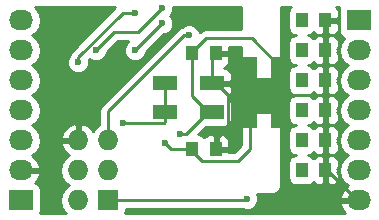
<source format=gbr>
G04 #@! TF.FileFunction,Copper,L2,Bot,Signal*
%FSLAX46Y46*%
G04 Gerber Fmt 4.6, Leading zero omitted, Abs format (unit mm)*
G04 Created by KiCad (PCBNEW 4.0.2-stable) date 28.06.2016 22:29:11*
%MOMM*%
G01*
G04 APERTURE LIST*
%ADD10C,0.100000*%
%ADD11R,1.000000X1.250000*%
%ADD12R,1.727200X1.727200*%
%ADD13O,1.727200X1.727200*%
%ADD14R,2.032000X1.727200*%
%ADD15O,2.032000X1.727200*%
%ADD16R,2.000000X1.300000*%
%ADD17R,1.300000X2.000000*%
%ADD18C,0.600000*%
%ADD19C,0.250000*%
%ADD20C,0.254000*%
G04 APERTURE END LIST*
D10*
D11*
X161290000Y-105664000D03*
X159290000Y-105664000D03*
X161290000Y-113792000D03*
X159290000Y-113792000D03*
D12*
X152146000Y-118110000D03*
D13*
X149606000Y-118110000D03*
X152146000Y-115570000D03*
X149606000Y-115570000D03*
X152146000Y-113030000D03*
X149606000Y-113030000D03*
D14*
X173355000Y-102870000D03*
D15*
X173355000Y-105410000D03*
X173355000Y-107950000D03*
X173355000Y-110490000D03*
X173355000Y-113030000D03*
X173355000Y-115570000D03*
X173355000Y-118110000D03*
D14*
X144780000Y-118110000D03*
D15*
X144780000Y-115570000D03*
X144780000Y-113030000D03*
X144780000Y-110490000D03*
X144780000Y-107950000D03*
X144780000Y-105410000D03*
X144780000Y-102870000D03*
D11*
X168545000Y-102870000D03*
X170545000Y-102870000D03*
X168545000Y-105410000D03*
X170545000Y-105410000D03*
X168545000Y-107950000D03*
X170545000Y-107950000D03*
X168545000Y-110490000D03*
X170545000Y-110490000D03*
X168545000Y-113030000D03*
X170545000Y-113030000D03*
X168545000Y-115570000D03*
X170545000Y-115570000D03*
D16*
X156972000Y-108204000D03*
X160972000Y-108204000D03*
X160972000Y-110604000D03*
X156972000Y-110604000D03*
D17*
X166554000Y-106966000D03*
X166554000Y-110966000D03*
X164154000Y-110966000D03*
X164154000Y-106966000D03*
D18*
X151130000Y-105410000D03*
X156718000Y-101854000D03*
X153416000Y-111595103D03*
X165100000Y-109220000D03*
X158242000Y-112522000D03*
X156972000Y-113284000D03*
X163921483Y-118008365D03*
X159004000Y-104140000D03*
X154432000Y-105410000D03*
X156736002Y-103124000D03*
X154403501Y-102225020D03*
X149606000Y-106426000D03*
D19*
X154686000Y-103886000D02*
X152654000Y-103886000D01*
X152654000Y-103886000D02*
X151130000Y-105410000D01*
X156718000Y-101854000D02*
X154686000Y-103886000D01*
X156972000Y-110604000D02*
X156972000Y-108204000D01*
X153416000Y-111595103D02*
X156880897Y-111595103D01*
X156880897Y-111595103D02*
X156972000Y-111504000D01*
X156972000Y-111504000D02*
X156972000Y-110604000D01*
X161290000Y-113792000D02*
X161290000Y-112917000D01*
X161290000Y-112917000D02*
X162338000Y-111869000D01*
X162338000Y-111869000D02*
X162338000Y-109220000D01*
X160972000Y-108204000D02*
X160972000Y-105982000D01*
X160972000Y-105982000D02*
X161290000Y-105664000D01*
X165100000Y-109220000D02*
X170545000Y-109220000D01*
X162814000Y-109220000D02*
X165100000Y-109220000D01*
X162814000Y-109220000D02*
X162338000Y-109220000D01*
X162338000Y-109220000D02*
X161322000Y-108204000D01*
X161322000Y-108204000D02*
X160972000Y-108204000D01*
X170545000Y-110490000D02*
X170545000Y-109220000D01*
X170545000Y-109220000D02*
X170545000Y-107950000D01*
X170545000Y-105410000D02*
X170545000Y-102870000D01*
X170545000Y-107950000D02*
X170545000Y-107075000D01*
X170545000Y-107075000D02*
X170545000Y-105410000D01*
X170545000Y-113030000D02*
X170545000Y-112155000D01*
X170545000Y-112155000D02*
X170545000Y-110490000D01*
X170545000Y-115570000D02*
X170545000Y-113030000D01*
X173355000Y-118110000D02*
X173202600Y-118110000D01*
X173202600Y-118110000D02*
X170662600Y-115570000D01*
X170662600Y-115570000D02*
X170545000Y-115570000D01*
X160435000Y-104394000D02*
X164332000Y-104394000D01*
X164332000Y-104394000D02*
X166554000Y-106616000D01*
X166554000Y-106616000D02*
X166554000Y-106966000D01*
X159290000Y-105664000D02*
X159290000Y-105539000D01*
X159290000Y-105539000D02*
X160435000Y-104394000D01*
X160972000Y-110604000D02*
X160622000Y-110604000D01*
X160622000Y-110604000D02*
X159290000Y-109272000D01*
X159290000Y-109272000D02*
X159290000Y-106539000D01*
X159290000Y-106539000D02*
X159290000Y-105664000D01*
X160622000Y-110604000D02*
X158704000Y-112522000D01*
X158704000Y-112522000D02*
X158242000Y-112522000D01*
X159290000Y-113792000D02*
X159290000Y-113917000D01*
X159290000Y-113917000D02*
X160115001Y-114742001D01*
X160115001Y-114742001D02*
X163149429Y-114742001D01*
X163149429Y-114742001D02*
X164154000Y-113737430D01*
X164154000Y-113737430D02*
X164154000Y-110966000D01*
X159290000Y-113792000D02*
X157480000Y-113792000D01*
X157480000Y-113792000D02*
X156972000Y-113284000D01*
X152146000Y-118110000D02*
X163819848Y-118110000D01*
X163819848Y-118110000D02*
X163921483Y-118008365D01*
X158579736Y-104140000D02*
X152146000Y-110573736D01*
X159004000Y-104140000D02*
X158579736Y-104140000D01*
X152146000Y-110573736D02*
X152146000Y-110998000D01*
X152146000Y-113030000D02*
X152146000Y-110998000D01*
X156736002Y-103124000D02*
X154450002Y-105410000D01*
X154450002Y-105410000D02*
X154432000Y-105410000D01*
X144932400Y-107950000D02*
X144780000Y-107950000D01*
X153979237Y-102225020D02*
X154403501Y-102225020D01*
X153382716Y-102225020D02*
X153979237Y-102225020D01*
X149606000Y-106001736D02*
X153382716Y-102225020D01*
X149606000Y-106426000D02*
X149606000Y-106001736D01*
D20*
G36*
X149068599Y-105464335D02*
X148903852Y-105710897D01*
X148880301Y-105829296D01*
X148813808Y-105895673D01*
X148671162Y-106239201D01*
X148670838Y-106611167D01*
X148812883Y-106954943D01*
X149075673Y-107218192D01*
X149419201Y-107360838D01*
X149791167Y-107361162D01*
X150134943Y-107219117D01*
X150398192Y-106956327D01*
X150540838Y-106612799D01*
X150541162Y-106240833D01*
X150512083Y-106170455D01*
X150540062Y-106142476D01*
X150599673Y-106202192D01*
X150943201Y-106344838D01*
X151315167Y-106345162D01*
X151658943Y-106203117D01*
X151922192Y-105940327D01*
X152064838Y-105596799D01*
X152064879Y-105549923D01*
X152968802Y-104646000D01*
X153873889Y-104646000D01*
X153639808Y-104879673D01*
X153497162Y-105223201D01*
X153496838Y-105595167D01*
X153638883Y-105938943D01*
X153901673Y-106202192D01*
X154245201Y-106344838D01*
X154617167Y-106345162D01*
X154960943Y-106203117D01*
X155224192Y-105940327D01*
X155366838Y-105596799D01*
X155366863Y-105567941D01*
X156875682Y-104059122D01*
X156921169Y-104059162D01*
X157264945Y-103917117D01*
X157528194Y-103654327D01*
X157670840Y-103310799D01*
X157671164Y-102938833D01*
X157529119Y-102595057D01*
X157414307Y-102480045D01*
X157510192Y-102384327D01*
X157652838Y-102040799D01*
X157653068Y-101777000D01*
X163402270Y-101777000D01*
X163402270Y-103634000D01*
X160435000Y-103634000D01*
X160144161Y-103691852D01*
X159898362Y-103856089D01*
X159797117Y-103611057D01*
X159534327Y-103347808D01*
X159190799Y-103205162D01*
X158818833Y-103204838D01*
X158475057Y-103346883D01*
X158407578Y-103414245D01*
X158288897Y-103437852D01*
X158042335Y-103602599D01*
X151608599Y-110036335D01*
X151443852Y-110282897D01*
X151386000Y-110573736D01*
X151386000Y-111750480D01*
X151056971Y-111970330D01*
X150876008Y-112241161D01*
X150494490Y-111823179D01*
X149965027Y-111575032D01*
X149733000Y-111695531D01*
X149733000Y-112903000D01*
X149753000Y-112903000D01*
X149753000Y-113157000D01*
X149733000Y-113157000D01*
X149733000Y-113177000D01*
X149479000Y-113177000D01*
X149479000Y-113157000D01*
X148272183Y-113157000D01*
X148151042Y-113389026D01*
X148323312Y-113804947D01*
X148717510Y-114236821D01*
X148840228Y-114294336D01*
X148516971Y-114510330D01*
X148192115Y-114996511D01*
X148078041Y-115570000D01*
X148192115Y-116143489D01*
X148516971Y-116629670D01*
X148831752Y-116840000D01*
X148516971Y-117050330D01*
X148192115Y-117536511D01*
X148078041Y-118110000D01*
X148192115Y-118683489D01*
X148516971Y-119169670D01*
X148566853Y-119203000D01*
X146396985Y-119203000D01*
X146443440Y-118973600D01*
X146443440Y-117246400D01*
X146399162Y-117011083D01*
X146260090Y-116794959D01*
X146047890Y-116649969D01*
X145953073Y-116630768D01*
X146130732Y-116472036D01*
X146384709Y-115944791D01*
X146387358Y-115929026D01*
X146266217Y-115697000D01*
X144907000Y-115697000D01*
X144907000Y-115717000D01*
X144653000Y-115717000D01*
X144653000Y-115697000D01*
X144633000Y-115697000D01*
X144633000Y-115443000D01*
X144653000Y-115443000D01*
X144653000Y-115423000D01*
X144907000Y-115423000D01*
X144907000Y-115443000D01*
X146266217Y-115443000D01*
X146387358Y-115210974D01*
X146384709Y-115195209D01*
X146130732Y-114667964D01*
X145714931Y-114296461D01*
X146024415Y-114089670D01*
X146349271Y-113603489D01*
X146463345Y-113030000D01*
X146391931Y-112670974D01*
X148151042Y-112670974D01*
X148272183Y-112903000D01*
X149479000Y-112903000D01*
X149479000Y-111695531D01*
X149246973Y-111575032D01*
X148717510Y-111823179D01*
X148323312Y-112255053D01*
X148151042Y-112670974D01*
X146391931Y-112670974D01*
X146349271Y-112456511D01*
X146024415Y-111970330D01*
X145709634Y-111760000D01*
X146024415Y-111549670D01*
X146349271Y-111063489D01*
X146463345Y-110490000D01*
X146349271Y-109916511D01*
X146024415Y-109430330D01*
X145709634Y-109220000D01*
X146024415Y-109009670D01*
X146349271Y-108523489D01*
X146463345Y-107950000D01*
X146349271Y-107376511D01*
X146024415Y-106890330D01*
X145709634Y-106680000D01*
X146024415Y-106469670D01*
X146349271Y-105983489D01*
X146463345Y-105410000D01*
X146349271Y-104836511D01*
X146024415Y-104350330D01*
X145709634Y-104140000D01*
X146024415Y-103929670D01*
X146349271Y-103443489D01*
X146463345Y-102870000D01*
X146349271Y-102296511D01*
X146024415Y-101810330D01*
X145974533Y-101777000D01*
X152755934Y-101777000D01*
X149068599Y-105464335D01*
X149068599Y-105464335D01*
G37*
X149068599Y-105464335D02*
X148903852Y-105710897D01*
X148880301Y-105829296D01*
X148813808Y-105895673D01*
X148671162Y-106239201D01*
X148670838Y-106611167D01*
X148812883Y-106954943D01*
X149075673Y-107218192D01*
X149419201Y-107360838D01*
X149791167Y-107361162D01*
X150134943Y-107219117D01*
X150398192Y-106956327D01*
X150540838Y-106612799D01*
X150541162Y-106240833D01*
X150512083Y-106170455D01*
X150540062Y-106142476D01*
X150599673Y-106202192D01*
X150943201Y-106344838D01*
X151315167Y-106345162D01*
X151658943Y-106203117D01*
X151922192Y-105940327D01*
X152064838Y-105596799D01*
X152064879Y-105549923D01*
X152968802Y-104646000D01*
X153873889Y-104646000D01*
X153639808Y-104879673D01*
X153497162Y-105223201D01*
X153496838Y-105595167D01*
X153638883Y-105938943D01*
X153901673Y-106202192D01*
X154245201Y-106344838D01*
X154617167Y-106345162D01*
X154960943Y-106203117D01*
X155224192Y-105940327D01*
X155366838Y-105596799D01*
X155366863Y-105567941D01*
X156875682Y-104059122D01*
X156921169Y-104059162D01*
X157264945Y-103917117D01*
X157528194Y-103654327D01*
X157670840Y-103310799D01*
X157671164Y-102938833D01*
X157529119Y-102595057D01*
X157414307Y-102480045D01*
X157510192Y-102384327D01*
X157652838Y-102040799D01*
X157653068Y-101777000D01*
X163402270Y-101777000D01*
X163402270Y-103634000D01*
X160435000Y-103634000D01*
X160144161Y-103691852D01*
X159898362Y-103856089D01*
X159797117Y-103611057D01*
X159534327Y-103347808D01*
X159190799Y-103205162D01*
X158818833Y-103204838D01*
X158475057Y-103346883D01*
X158407578Y-103414245D01*
X158288897Y-103437852D01*
X158042335Y-103602599D01*
X151608599Y-110036335D01*
X151443852Y-110282897D01*
X151386000Y-110573736D01*
X151386000Y-111750480D01*
X151056971Y-111970330D01*
X150876008Y-112241161D01*
X150494490Y-111823179D01*
X149965027Y-111575032D01*
X149733000Y-111695531D01*
X149733000Y-112903000D01*
X149753000Y-112903000D01*
X149753000Y-113157000D01*
X149733000Y-113157000D01*
X149733000Y-113177000D01*
X149479000Y-113177000D01*
X149479000Y-113157000D01*
X148272183Y-113157000D01*
X148151042Y-113389026D01*
X148323312Y-113804947D01*
X148717510Y-114236821D01*
X148840228Y-114294336D01*
X148516971Y-114510330D01*
X148192115Y-114996511D01*
X148078041Y-115570000D01*
X148192115Y-116143489D01*
X148516971Y-116629670D01*
X148831752Y-116840000D01*
X148516971Y-117050330D01*
X148192115Y-117536511D01*
X148078041Y-118110000D01*
X148192115Y-118683489D01*
X148516971Y-119169670D01*
X148566853Y-119203000D01*
X146396985Y-119203000D01*
X146443440Y-118973600D01*
X146443440Y-117246400D01*
X146399162Y-117011083D01*
X146260090Y-116794959D01*
X146047890Y-116649969D01*
X145953073Y-116630768D01*
X146130732Y-116472036D01*
X146384709Y-115944791D01*
X146387358Y-115929026D01*
X146266217Y-115697000D01*
X144907000Y-115697000D01*
X144907000Y-115717000D01*
X144653000Y-115717000D01*
X144653000Y-115697000D01*
X144633000Y-115697000D01*
X144633000Y-115443000D01*
X144653000Y-115443000D01*
X144653000Y-115423000D01*
X144907000Y-115423000D01*
X144907000Y-115443000D01*
X146266217Y-115443000D01*
X146387358Y-115210974D01*
X146384709Y-115195209D01*
X146130732Y-114667964D01*
X145714931Y-114296461D01*
X146024415Y-114089670D01*
X146349271Y-113603489D01*
X146463345Y-113030000D01*
X146391931Y-112670974D01*
X148151042Y-112670974D01*
X148272183Y-112903000D01*
X149479000Y-112903000D01*
X149479000Y-111695531D01*
X149246973Y-111575032D01*
X148717510Y-111823179D01*
X148323312Y-112255053D01*
X148151042Y-112670974D01*
X146391931Y-112670974D01*
X146349271Y-112456511D01*
X146024415Y-111970330D01*
X145709634Y-111760000D01*
X146024415Y-111549670D01*
X146349271Y-111063489D01*
X146463345Y-110490000D01*
X146349271Y-109916511D01*
X146024415Y-109430330D01*
X145709634Y-109220000D01*
X146024415Y-109009670D01*
X146349271Y-108523489D01*
X146463345Y-107950000D01*
X146349271Y-107376511D01*
X146024415Y-106890330D01*
X145709634Y-106680000D01*
X146024415Y-106469670D01*
X146349271Y-105983489D01*
X146463345Y-105410000D01*
X146349271Y-104836511D01*
X146024415Y-104350330D01*
X145709634Y-104140000D01*
X146024415Y-103929670D01*
X146349271Y-103443489D01*
X146463345Y-102870000D01*
X146349271Y-102296511D01*
X146024415Y-101810330D01*
X145974533Y-101777000D01*
X152755934Y-101777000D01*
X149068599Y-105464335D01*
G36*
X167593559Y-101780910D02*
X167448569Y-101993110D01*
X167397560Y-102245000D01*
X167397560Y-103495000D01*
X167441838Y-103730317D01*
X167580910Y-103946441D01*
X167793110Y-104091431D01*
X168032509Y-104139910D01*
X167809683Y-104181838D01*
X167593559Y-104320910D01*
X167448569Y-104533110D01*
X167397560Y-104785000D01*
X167397560Y-106035000D01*
X167441838Y-106270317D01*
X167580910Y-106486441D01*
X167793110Y-106631431D01*
X168032509Y-106679910D01*
X167809683Y-106721838D01*
X167593559Y-106860910D01*
X167448569Y-107073110D01*
X167397560Y-107325000D01*
X167397560Y-108575000D01*
X167441838Y-108810317D01*
X167580910Y-109026441D01*
X167793110Y-109171431D01*
X168032509Y-109219910D01*
X167809683Y-109261838D01*
X167593559Y-109400910D01*
X167448569Y-109613110D01*
X167397560Y-109865000D01*
X167397560Y-111115000D01*
X167441838Y-111350317D01*
X167580910Y-111566441D01*
X167793110Y-111711431D01*
X168032509Y-111759910D01*
X167809683Y-111801838D01*
X167593559Y-111940910D01*
X167448569Y-112153110D01*
X167397560Y-112405000D01*
X167397560Y-113655000D01*
X167441838Y-113890317D01*
X167580910Y-114106441D01*
X167793110Y-114251431D01*
X168032509Y-114299910D01*
X167809683Y-114341838D01*
X167593559Y-114480910D01*
X167448569Y-114693110D01*
X167397560Y-114945000D01*
X167397560Y-116195000D01*
X167441838Y-116430317D01*
X167580910Y-116646441D01*
X167793110Y-116791431D01*
X168045000Y-116842440D01*
X169045000Y-116842440D01*
X169280317Y-116798162D01*
X169496441Y-116659090D01*
X169542969Y-116590994D01*
X169685302Y-116733327D01*
X169918691Y-116830000D01*
X170259250Y-116830000D01*
X170418000Y-116671250D01*
X170418000Y-115697000D01*
X170398000Y-115697000D01*
X170398000Y-115443000D01*
X170418000Y-115443000D01*
X170418000Y-114468750D01*
X170259250Y-114310000D01*
X169918691Y-114310000D01*
X169685302Y-114406673D01*
X169544064Y-114547910D01*
X169509090Y-114493559D01*
X169296890Y-114348569D01*
X169057491Y-114300090D01*
X169280317Y-114258162D01*
X169496441Y-114119090D01*
X169542969Y-114050994D01*
X169685302Y-114193327D01*
X169918691Y-114290000D01*
X170259250Y-114290000D01*
X170418000Y-114131250D01*
X170418000Y-113157000D01*
X170398000Y-113157000D01*
X170398000Y-112903000D01*
X170418000Y-112903000D01*
X170418000Y-111928750D01*
X170259250Y-111770000D01*
X169918691Y-111770000D01*
X169685302Y-111866673D01*
X169544064Y-112007910D01*
X169509090Y-111953559D01*
X169296890Y-111808569D01*
X169057491Y-111760090D01*
X169280317Y-111718162D01*
X169496441Y-111579090D01*
X169542969Y-111510994D01*
X169685302Y-111653327D01*
X169918691Y-111750000D01*
X170259250Y-111750000D01*
X170418000Y-111591250D01*
X170418000Y-110617000D01*
X170398000Y-110617000D01*
X170398000Y-110363000D01*
X170418000Y-110363000D01*
X170418000Y-109388750D01*
X170259250Y-109230000D01*
X169918691Y-109230000D01*
X169685302Y-109326673D01*
X169544064Y-109467910D01*
X169509090Y-109413559D01*
X169296890Y-109268569D01*
X169057491Y-109220090D01*
X169280317Y-109178162D01*
X169496441Y-109039090D01*
X169542969Y-108970994D01*
X169685302Y-109113327D01*
X169918691Y-109210000D01*
X170259250Y-109210000D01*
X170418000Y-109051250D01*
X170418000Y-108077000D01*
X170398000Y-108077000D01*
X170398000Y-107823000D01*
X170418000Y-107823000D01*
X170418000Y-106848750D01*
X170259250Y-106690000D01*
X169918691Y-106690000D01*
X169685302Y-106786673D01*
X169544064Y-106927910D01*
X169509090Y-106873559D01*
X169296890Y-106728569D01*
X169057491Y-106680090D01*
X169280317Y-106638162D01*
X169496441Y-106499090D01*
X169542969Y-106430994D01*
X169685302Y-106573327D01*
X169918691Y-106670000D01*
X170259250Y-106670000D01*
X170418000Y-106511250D01*
X170418000Y-105537000D01*
X170398000Y-105537000D01*
X170398000Y-105283000D01*
X170418000Y-105283000D01*
X170418000Y-104308750D01*
X170259250Y-104150000D01*
X169918691Y-104150000D01*
X169685302Y-104246673D01*
X169544064Y-104387910D01*
X169509090Y-104333559D01*
X169296890Y-104188569D01*
X169057491Y-104140090D01*
X169280317Y-104098162D01*
X169496441Y-103959090D01*
X169542969Y-103890994D01*
X169685302Y-104033327D01*
X169918691Y-104130000D01*
X170259250Y-104130000D01*
X170418000Y-103971250D01*
X170418000Y-102997000D01*
X170672000Y-102997000D01*
X170672000Y-103971250D01*
X170830750Y-104130000D01*
X171171309Y-104130000D01*
X171404698Y-104033327D01*
X171583327Y-103854699D01*
X171680000Y-103621310D01*
X171680000Y-103155750D01*
X171521250Y-102997000D01*
X170672000Y-102997000D01*
X170418000Y-102997000D01*
X170398000Y-102997000D01*
X170398000Y-102743000D01*
X170418000Y-102743000D01*
X170418000Y-102723000D01*
X170672000Y-102723000D01*
X170672000Y-102743000D01*
X171521250Y-102743000D01*
X171680000Y-102584250D01*
X171680000Y-102118690D01*
X171583327Y-101885301D01*
X171475025Y-101777000D01*
X171738015Y-101777000D01*
X171691560Y-102006400D01*
X171691560Y-103733600D01*
X171735838Y-103968917D01*
X171874910Y-104185041D01*
X172087110Y-104330031D01*
X172128439Y-104338400D01*
X172110585Y-104350330D01*
X171785729Y-104836511D01*
X171680000Y-105368047D01*
X171680000Y-105282998D01*
X171521252Y-105282998D01*
X171680000Y-105124250D01*
X171680000Y-104658690D01*
X171583327Y-104425301D01*
X171404698Y-104246673D01*
X171171309Y-104150000D01*
X170830750Y-104150000D01*
X170672000Y-104308750D01*
X170672000Y-105283000D01*
X170692000Y-105283000D01*
X170692000Y-105537000D01*
X170672000Y-105537000D01*
X170672000Y-106511250D01*
X170830750Y-106670000D01*
X171171309Y-106670000D01*
X171404698Y-106573327D01*
X171583327Y-106394699D01*
X171680000Y-106161310D01*
X171680000Y-105695750D01*
X171521252Y-105537002D01*
X171680000Y-105537002D01*
X171680000Y-105451953D01*
X171785729Y-105983489D01*
X172110585Y-106469670D01*
X172425366Y-106680000D01*
X172110585Y-106890330D01*
X171785729Y-107376511D01*
X171680000Y-107908047D01*
X171680000Y-107822998D01*
X171521252Y-107822998D01*
X171680000Y-107664250D01*
X171680000Y-107198690D01*
X171583327Y-106965301D01*
X171404698Y-106786673D01*
X171171309Y-106690000D01*
X170830750Y-106690000D01*
X170672000Y-106848750D01*
X170672000Y-107823000D01*
X170692000Y-107823000D01*
X170692000Y-108077000D01*
X170672000Y-108077000D01*
X170672000Y-109051250D01*
X170830750Y-109210000D01*
X171171309Y-109210000D01*
X171404698Y-109113327D01*
X171583327Y-108934699D01*
X171680000Y-108701310D01*
X171680000Y-108235750D01*
X171521252Y-108077002D01*
X171680000Y-108077002D01*
X171680000Y-107991953D01*
X171785729Y-108523489D01*
X172110585Y-109009670D01*
X172425366Y-109220000D01*
X172110585Y-109430330D01*
X171785729Y-109916511D01*
X171680000Y-110448047D01*
X171680000Y-110362998D01*
X171521252Y-110362998D01*
X171680000Y-110204250D01*
X171680000Y-109738690D01*
X171583327Y-109505301D01*
X171404698Y-109326673D01*
X171171309Y-109230000D01*
X170830750Y-109230000D01*
X170672000Y-109388750D01*
X170672000Y-110363000D01*
X170692000Y-110363000D01*
X170692000Y-110617000D01*
X170672000Y-110617000D01*
X170672000Y-111591250D01*
X170830750Y-111750000D01*
X171171309Y-111750000D01*
X171404698Y-111653327D01*
X171583327Y-111474699D01*
X171680000Y-111241310D01*
X171680000Y-110775750D01*
X171521252Y-110617002D01*
X171680000Y-110617002D01*
X171680000Y-110531953D01*
X171785729Y-111063489D01*
X172110585Y-111549670D01*
X172425366Y-111760000D01*
X172110585Y-111970330D01*
X171785729Y-112456511D01*
X171680000Y-112988047D01*
X171680000Y-112902998D01*
X171521252Y-112902998D01*
X171680000Y-112744250D01*
X171680000Y-112278690D01*
X171583327Y-112045301D01*
X171404698Y-111866673D01*
X171171309Y-111770000D01*
X170830750Y-111770000D01*
X170672000Y-111928750D01*
X170672000Y-112903000D01*
X170692000Y-112903000D01*
X170692000Y-113157000D01*
X170672000Y-113157000D01*
X170672000Y-114131250D01*
X170830750Y-114290000D01*
X171171309Y-114290000D01*
X171404698Y-114193327D01*
X171583327Y-114014699D01*
X171680000Y-113781310D01*
X171680000Y-113315750D01*
X171521252Y-113157002D01*
X171680000Y-113157002D01*
X171680000Y-113071953D01*
X171785729Y-113603489D01*
X172110585Y-114089670D01*
X172425366Y-114300000D01*
X172110585Y-114510330D01*
X171785729Y-114996511D01*
X171680000Y-115528047D01*
X171680000Y-115442998D01*
X171521252Y-115442998D01*
X171680000Y-115284250D01*
X171680000Y-114818690D01*
X171583327Y-114585301D01*
X171404698Y-114406673D01*
X171171309Y-114310000D01*
X170830750Y-114310000D01*
X170672000Y-114468750D01*
X170672000Y-115443000D01*
X170692000Y-115443000D01*
X170692000Y-115697000D01*
X170672000Y-115697000D01*
X170672000Y-116671250D01*
X170830750Y-116830000D01*
X171171309Y-116830000D01*
X171404698Y-116733327D01*
X171583327Y-116554699D01*
X171680000Y-116321310D01*
X171680000Y-115855750D01*
X171521252Y-115697002D01*
X171680000Y-115697002D01*
X171680000Y-115611953D01*
X171785729Y-116143489D01*
X172110585Y-116629670D01*
X172420069Y-116836461D01*
X172004268Y-117207964D01*
X171750291Y-117735209D01*
X171747642Y-117750974D01*
X171868783Y-117983000D01*
X173228000Y-117983000D01*
X173228000Y-117963000D01*
X173482000Y-117963000D01*
X173482000Y-117983000D01*
X173502000Y-117983000D01*
X173502000Y-118237000D01*
X173482000Y-118237000D01*
X173482000Y-118257000D01*
X173228000Y-118257000D01*
X173228000Y-118237000D01*
X171868783Y-118237000D01*
X171747642Y-118469026D01*
X171750291Y-118484791D01*
X172004268Y-119012036D01*
X172218003Y-119203000D01*
X153610585Y-119203000D01*
X153657040Y-118973600D01*
X153657040Y-118870000D01*
X163558392Y-118870000D01*
X163734684Y-118943203D01*
X164106650Y-118943527D01*
X164450426Y-118801482D01*
X164713675Y-118538692D01*
X164856321Y-118195164D01*
X164856645Y-117823198D01*
X164739428Y-117539510D01*
X166150290Y-117539510D01*
X166385607Y-117495232D01*
X166601731Y-117356160D01*
X166746721Y-117143960D01*
X166797730Y-116892070D01*
X166797730Y-111291370D01*
X166753452Y-111056053D01*
X166614380Y-110839929D01*
X166402180Y-110694939D01*
X166150290Y-110643930D01*
X164049710Y-110643930D01*
X163814393Y-110688208D01*
X163598269Y-110827280D01*
X163453279Y-111039480D01*
X163402270Y-111291370D01*
X163402270Y-113460800D01*
X163262309Y-113554319D01*
X162834627Y-113982001D01*
X162329251Y-113982001D01*
X162266250Y-113919000D01*
X161417000Y-113919000D01*
X161417000Y-113939000D01*
X161163000Y-113939000D01*
X161163000Y-113919000D01*
X161143000Y-113919000D01*
X161143000Y-113665000D01*
X161163000Y-113665000D01*
X161163000Y-112690750D01*
X161417000Y-112690750D01*
X161417000Y-113665000D01*
X162266250Y-113665000D01*
X162425000Y-113506250D01*
X162425000Y-113040690D01*
X162328327Y-112807301D01*
X162149698Y-112628673D01*
X161916309Y-112532000D01*
X161575750Y-112532000D01*
X161417000Y-112690750D01*
X161163000Y-112690750D01*
X161004250Y-112532000D01*
X160663691Y-112532000D01*
X160430302Y-112628673D01*
X160289064Y-112769910D01*
X160254090Y-112715559D01*
X160041890Y-112570569D01*
X159790000Y-112519560D01*
X159781242Y-112519560D01*
X160399362Y-111901440D01*
X161972000Y-111901440D01*
X162207317Y-111857162D01*
X162423441Y-111718090D01*
X162568431Y-111505890D01*
X162619440Y-111254000D01*
X162619440Y-109954000D01*
X162575162Y-109718683D01*
X162436090Y-109502559D01*
X162296250Y-109407010D01*
X162331698Y-109392327D01*
X162510327Y-109213699D01*
X162607000Y-108980310D01*
X162607000Y-108489750D01*
X162448250Y-108331000D01*
X161099000Y-108331000D01*
X161099000Y-108351000D01*
X160845000Y-108351000D01*
X160845000Y-108331000D01*
X160825000Y-108331000D01*
X160825000Y-108077000D01*
X160845000Y-108077000D01*
X160845000Y-108057000D01*
X161099000Y-108057000D01*
X161099000Y-108077000D01*
X162448250Y-108077000D01*
X162607000Y-107918250D01*
X162607000Y-107427690D01*
X162510327Y-107194301D01*
X162331698Y-107015673D01*
X162098309Y-106919000D01*
X161928380Y-106919000D01*
X162149698Y-106827327D01*
X162328327Y-106648699D01*
X162425000Y-106415310D01*
X162425000Y-105949750D01*
X162266250Y-105791000D01*
X161417000Y-105791000D01*
X161417000Y-105811000D01*
X161163000Y-105811000D01*
X161163000Y-105791000D01*
X161143000Y-105791000D01*
X161143000Y-105537000D01*
X161163000Y-105537000D01*
X161163000Y-105517000D01*
X161417000Y-105517000D01*
X161417000Y-105537000D01*
X162266250Y-105537000D01*
X162425000Y-105378250D01*
X162425000Y-105154000D01*
X163402270Y-105154000D01*
X163402270Y-107194350D01*
X163446548Y-107429667D01*
X163585620Y-107645791D01*
X163797820Y-107790781D01*
X164049710Y-107841790D01*
X166150290Y-107841790D01*
X166385607Y-107797512D01*
X166601731Y-107658440D01*
X166746721Y-107446240D01*
X166797730Y-107194350D01*
X166797730Y-101777000D01*
X167599635Y-101777000D01*
X167593559Y-101780910D01*
X167593559Y-101780910D01*
G37*
X167593559Y-101780910D02*
X167448569Y-101993110D01*
X167397560Y-102245000D01*
X167397560Y-103495000D01*
X167441838Y-103730317D01*
X167580910Y-103946441D01*
X167793110Y-104091431D01*
X168032509Y-104139910D01*
X167809683Y-104181838D01*
X167593559Y-104320910D01*
X167448569Y-104533110D01*
X167397560Y-104785000D01*
X167397560Y-106035000D01*
X167441838Y-106270317D01*
X167580910Y-106486441D01*
X167793110Y-106631431D01*
X168032509Y-106679910D01*
X167809683Y-106721838D01*
X167593559Y-106860910D01*
X167448569Y-107073110D01*
X167397560Y-107325000D01*
X167397560Y-108575000D01*
X167441838Y-108810317D01*
X167580910Y-109026441D01*
X167793110Y-109171431D01*
X168032509Y-109219910D01*
X167809683Y-109261838D01*
X167593559Y-109400910D01*
X167448569Y-109613110D01*
X167397560Y-109865000D01*
X167397560Y-111115000D01*
X167441838Y-111350317D01*
X167580910Y-111566441D01*
X167793110Y-111711431D01*
X168032509Y-111759910D01*
X167809683Y-111801838D01*
X167593559Y-111940910D01*
X167448569Y-112153110D01*
X167397560Y-112405000D01*
X167397560Y-113655000D01*
X167441838Y-113890317D01*
X167580910Y-114106441D01*
X167793110Y-114251431D01*
X168032509Y-114299910D01*
X167809683Y-114341838D01*
X167593559Y-114480910D01*
X167448569Y-114693110D01*
X167397560Y-114945000D01*
X167397560Y-116195000D01*
X167441838Y-116430317D01*
X167580910Y-116646441D01*
X167793110Y-116791431D01*
X168045000Y-116842440D01*
X169045000Y-116842440D01*
X169280317Y-116798162D01*
X169496441Y-116659090D01*
X169542969Y-116590994D01*
X169685302Y-116733327D01*
X169918691Y-116830000D01*
X170259250Y-116830000D01*
X170418000Y-116671250D01*
X170418000Y-115697000D01*
X170398000Y-115697000D01*
X170398000Y-115443000D01*
X170418000Y-115443000D01*
X170418000Y-114468750D01*
X170259250Y-114310000D01*
X169918691Y-114310000D01*
X169685302Y-114406673D01*
X169544064Y-114547910D01*
X169509090Y-114493559D01*
X169296890Y-114348569D01*
X169057491Y-114300090D01*
X169280317Y-114258162D01*
X169496441Y-114119090D01*
X169542969Y-114050994D01*
X169685302Y-114193327D01*
X169918691Y-114290000D01*
X170259250Y-114290000D01*
X170418000Y-114131250D01*
X170418000Y-113157000D01*
X170398000Y-113157000D01*
X170398000Y-112903000D01*
X170418000Y-112903000D01*
X170418000Y-111928750D01*
X170259250Y-111770000D01*
X169918691Y-111770000D01*
X169685302Y-111866673D01*
X169544064Y-112007910D01*
X169509090Y-111953559D01*
X169296890Y-111808569D01*
X169057491Y-111760090D01*
X169280317Y-111718162D01*
X169496441Y-111579090D01*
X169542969Y-111510994D01*
X169685302Y-111653327D01*
X169918691Y-111750000D01*
X170259250Y-111750000D01*
X170418000Y-111591250D01*
X170418000Y-110617000D01*
X170398000Y-110617000D01*
X170398000Y-110363000D01*
X170418000Y-110363000D01*
X170418000Y-109388750D01*
X170259250Y-109230000D01*
X169918691Y-109230000D01*
X169685302Y-109326673D01*
X169544064Y-109467910D01*
X169509090Y-109413559D01*
X169296890Y-109268569D01*
X169057491Y-109220090D01*
X169280317Y-109178162D01*
X169496441Y-109039090D01*
X169542969Y-108970994D01*
X169685302Y-109113327D01*
X169918691Y-109210000D01*
X170259250Y-109210000D01*
X170418000Y-109051250D01*
X170418000Y-108077000D01*
X170398000Y-108077000D01*
X170398000Y-107823000D01*
X170418000Y-107823000D01*
X170418000Y-106848750D01*
X170259250Y-106690000D01*
X169918691Y-106690000D01*
X169685302Y-106786673D01*
X169544064Y-106927910D01*
X169509090Y-106873559D01*
X169296890Y-106728569D01*
X169057491Y-106680090D01*
X169280317Y-106638162D01*
X169496441Y-106499090D01*
X169542969Y-106430994D01*
X169685302Y-106573327D01*
X169918691Y-106670000D01*
X170259250Y-106670000D01*
X170418000Y-106511250D01*
X170418000Y-105537000D01*
X170398000Y-105537000D01*
X170398000Y-105283000D01*
X170418000Y-105283000D01*
X170418000Y-104308750D01*
X170259250Y-104150000D01*
X169918691Y-104150000D01*
X169685302Y-104246673D01*
X169544064Y-104387910D01*
X169509090Y-104333559D01*
X169296890Y-104188569D01*
X169057491Y-104140090D01*
X169280317Y-104098162D01*
X169496441Y-103959090D01*
X169542969Y-103890994D01*
X169685302Y-104033327D01*
X169918691Y-104130000D01*
X170259250Y-104130000D01*
X170418000Y-103971250D01*
X170418000Y-102997000D01*
X170672000Y-102997000D01*
X170672000Y-103971250D01*
X170830750Y-104130000D01*
X171171309Y-104130000D01*
X171404698Y-104033327D01*
X171583327Y-103854699D01*
X171680000Y-103621310D01*
X171680000Y-103155750D01*
X171521250Y-102997000D01*
X170672000Y-102997000D01*
X170418000Y-102997000D01*
X170398000Y-102997000D01*
X170398000Y-102743000D01*
X170418000Y-102743000D01*
X170418000Y-102723000D01*
X170672000Y-102723000D01*
X170672000Y-102743000D01*
X171521250Y-102743000D01*
X171680000Y-102584250D01*
X171680000Y-102118690D01*
X171583327Y-101885301D01*
X171475025Y-101777000D01*
X171738015Y-101777000D01*
X171691560Y-102006400D01*
X171691560Y-103733600D01*
X171735838Y-103968917D01*
X171874910Y-104185041D01*
X172087110Y-104330031D01*
X172128439Y-104338400D01*
X172110585Y-104350330D01*
X171785729Y-104836511D01*
X171680000Y-105368047D01*
X171680000Y-105282998D01*
X171521252Y-105282998D01*
X171680000Y-105124250D01*
X171680000Y-104658690D01*
X171583327Y-104425301D01*
X171404698Y-104246673D01*
X171171309Y-104150000D01*
X170830750Y-104150000D01*
X170672000Y-104308750D01*
X170672000Y-105283000D01*
X170692000Y-105283000D01*
X170692000Y-105537000D01*
X170672000Y-105537000D01*
X170672000Y-106511250D01*
X170830750Y-106670000D01*
X171171309Y-106670000D01*
X171404698Y-106573327D01*
X171583327Y-106394699D01*
X171680000Y-106161310D01*
X171680000Y-105695750D01*
X171521252Y-105537002D01*
X171680000Y-105537002D01*
X171680000Y-105451953D01*
X171785729Y-105983489D01*
X172110585Y-106469670D01*
X172425366Y-106680000D01*
X172110585Y-106890330D01*
X171785729Y-107376511D01*
X171680000Y-107908047D01*
X171680000Y-107822998D01*
X171521252Y-107822998D01*
X171680000Y-107664250D01*
X171680000Y-107198690D01*
X171583327Y-106965301D01*
X171404698Y-106786673D01*
X171171309Y-106690000D01*
X170830750Y-106690000D01*
X170672000Y-106848750D01*
X170672000Y-107823000D01*
X170692000Y-107823000D01*
X170692000Y-108077000D01*
X170672000Y-108077000D01*
X170672000Y-109051250D01*
X170830750Y-109210000D01*
X171171309Y-109210000D01*
X171404698Y-109113327D01*
X171583327Y-108934699D01*
X171680000Y-108701310D01*
X171680000Y-108235750D01*
X171521252Y-108077002D01*
X171680000Y-108077002D01*
X171680000Y-107991953D01*
X171785729Y-108523489D01*
X172110585Y-109009670D01*
X172425366Y-109220000D01*
X172110585Y-109430330D01*
X171785729Y-109916511D01*
X171680000Y-110448047D01*
X171680000Y-110362998D01*
X171521252Y-110362998D01*
X171680000Y-110204250D01*
X171680000Y-109738690D01*
X171583327Y-109505301D01*
X171404698Y-109326673D01*
X171171309Y-109230000D01*
X170830750Y-109230000D01*
X170672000Y-109388750D01*
X170672000Y-110363000D01*
X170692000Y-110363000D01*
X170692000Y-110617000D01*
X170672000Y-110617000D01*
X170672000Y-111591250D01*
X170830750Y-111750000D01*
X171171309Y-111750000D01*
X171404698Y-111653327D01*
X171583327Y-111474699D01*
X171680000Y-111241310D01*
X171680000Y-110775750D01*
X171521252Y-110617002D01*
X171680000Y-110617002D01*
X171680000Y-110531953D01*
X171785729Y-111063489D01*
X172110585Y-111549670D01*
X172425366Y-111760000D01*
X172110585Y-111970330D01*
X171785729Y-112456511D01*
X171680000Y-112988047D01*
X171680000Y-112902998D01*
X171521252Y-112902998D01*
X171680000Y-112744250D01*
X171680000Y-112278690D01*
X171583327Y-112045301D01*
X171404698Y-111866673D01*
X171171309Y-111770000D01*
X170830750Y-111770000D01*
X170672000Y-111928750D01*
X170672000Y-112903000D01*
X170692000Y-112903000D01*
X170692000Y-113157000D01*
X170672000Y-113157000D01*
X170672000Y-114131250D01*
X170830750Y-114290000D01*
X171171309Y-114290000D01*
X171404698Y-114193327D01*
X171583327Y-114014699D01*
X171680000Y-113781310D01*
X171680000Y-113315750D01*
X171521252Y-113157002D01*
X171680000Y-113157002D01*
X171680000Y-113071953D01*
X171785729Y-113603489D01*
X172110585Y-114089670D01*
X172425366Y-114300000D01*
X172110585Y-114510330D01*
X171785729Y-114996511D01*
X171680000Y-115528047D01*
X171680000Y-115442998D01*
X171521252Y-115442998D01*
X171680000Y-115284250D01*
X171680000Y-114818690D01*
X171583327Y-114585301D01*
X171404698Y-114406673D01*
X171171309Y-114310000D01*
X170830750Y-114310000D01*
X170672000Y-114468750D01*
X170672000Y-115443000D01*
X170692000Y-115443000D01*
X170692000Y-115697000D01*
X170672000Y-115697000D01*
X170672000Y-116671250D01*
X170830750Y-116830000D01*
X171171309Y-116830000D01*
X171404698Y-116733327D01*
X171583327Y-116554699D01*
X171680000Y-116321310D01*
X171680000Y-115855750D01*
X171521252Y-115697002D01*
X171680000Y-115697002D01*
X171680000Y-115611953D01*
X171785729Y-116143489D01*
X172110585Y-116629670D01*
X172420069Y-116836461D01*
X172004268Y-117207964D01*
X171750291Y-117735209D01*
X171747642Y-117750974D01*
X171868783Y-117983000D01*
X173228000Y-117983000D01*
X173228000Y-117963000D01*
X173482000Y-117963000D01*
X173482000Y-117983000D01*
X173502000Y-117983000D01*
X173502000Y-118237000D01*
X173482000Y-118237000D01*
X173482000Y-118257000D01*
X173228000Y-118257000D01*
X173228000Y-118237000D01*
X171868783Y-118237000D01*
X171747642Y-118469026D01*
X171750291Y-118484791D01*
X172004268Y-119012036D01*
X172218003Y-119203000D01*
X153610585Y-119203000D01*
X153657040Y-118973600D01*
X153657040Y-118870000D01*
X163558392Y-118870000D01*
X163734684Y-118943203D01*
X164106650Y-118943527D01*
X164450426Y-118801482D01*
X164713675Y-118538692D01*
X164856321Y-118195164D01*
X164856645Y-117823198D01*
X164739428Y-117539510D01*
X166150290Y-117539510D01*
X166385607Y-117495232D01*
X166601731Y-117356160D01*
X166746721Y-117143960D01*
X166797730Y-116892070D01*
X166797730Y-111291370D01*
X166753452Y-111056053D01*
X166614380Y-110839929D01*
X166402180Y-110694939D01*
X166150290Y-110643930D01*
X164049710Y-110643930D01*
X163814393Y-110688208D01*
X163598269Y-110827280D01*
X163453279Y-111039480D01*
X163402270Y-111291370D01*
X163402270Y-113460800D01*
X163262309Y-113554319D01*
X162834627Y-113982001D01*
X162329251Y-113982001D01*
X162266250Y-113919000D01*
X161417000Y-113919000D01*
X161417000Y-113939000D01*
X161163000Y-113939000D01*
X161163000Y-113919000D01*
X161143000Y-113919000D01*
X161143000Y-113665000D01*
X161163000Y-113665000D01*
X161163000Y-112690750D01*
X161417000Y-112690750D01*
X161417000Y-113665000D01*
X162266250Y-113665000D01*
X162425000Y-113506250D01*
X162425000Y-113040690D01*
X162328327Y-112807301D01*
X162149698Y-112628673D01*
X161916309Y-112532000D01*
X161575750Y-112532000D01*
X161417000Y-112690750D01*
X161163000Y-112690750D01*
X161004250Y-112532000D01*
X160663691Y-112532000D01*
X160430302Y-112628673D01*
X160289064Y-112769910D01*
X160254090Y-112715559D01*
X160041890Y-112570569D01*
X159790000Y-112519560D01*
X159781242Y-112519560D01*
X160399362Y-111901440D01*
X161972000Y-111901440D01*
X162207317Y-111857162D01*
X162423441Y-111718090D01*
X162568431Y-111505890D01*
X162619440Y-111254000D01*
X162619440Y-109954000D01*
X162575162Y-109718683D01*
X162436090Y-109502559D01*
X162296250Y-109407010D01*
X162331698Y-109392327D01*
X162510327Y-109213699D01*
X162607000Y-108980310D01*
X162607000Y-108489750D01*
X162448250Y-108331000D01*
X161099000Y-108331000D01*
X161099000Y-108351000D01*
X160845000Y-108351000D01*
X160845000Y-108331000D01*
X160825000Y-108331000D01*
X160825000Y-108077000D01*
X160845000Y-108077000D01*
X160845000Y-108057000D01*
X161099000Y-108057000D01*
X161099000Y-108077000D01*
X162448250Y-108077000D01*
X162607000Y-107918250D01*
X162607000Y-107427690D01*
X162510327Y-107194301D01*
X162331698Y-107015673D01*
X162098309Y-106919000D01*
X161928380Y-106919000D01*
X162149698Y-106827327D01*
X162328327Y-106648699D01*
X162425000Y-106415310D01*
X162425000Y-105949750D01*
X162266250Y-105791000D01*
X161417000Y-105791000D01*
X161417000Y-105811000D01*
X161163000Y-105811000D01*
X161163000Y-105791000D01*
X161143000Y-105791000D01*
X161143000Y-105537000D01*
X161163000Y-105537000D01*
X161163000Y-105517000D01*
X161417000Y-105517000D01*
X161417000Y-105537000D01*
X162266250Y-105537000D01*
X162425000Y-105378250D01*
X162425000Y-105154000D01*
X163402270Y-105154000D01*
X163402270Y-107194350D01*
X163446548Y-107429667D01*
X163585620Y-107645791D01*
X163797820Y-107790781D01*
X164049710Y-107841790D01*
X166150290Y-107841790D01*
X166385607Y-107797512D01*
X166601731Y-107658440D01*
X166746721Y-107446240D01*
X166797730Y-107194350D01*
X166797730Y-101777000D01*
X167599635Y-101777000D01*
X167593559Y-101780910D01*
M02*

</source>
